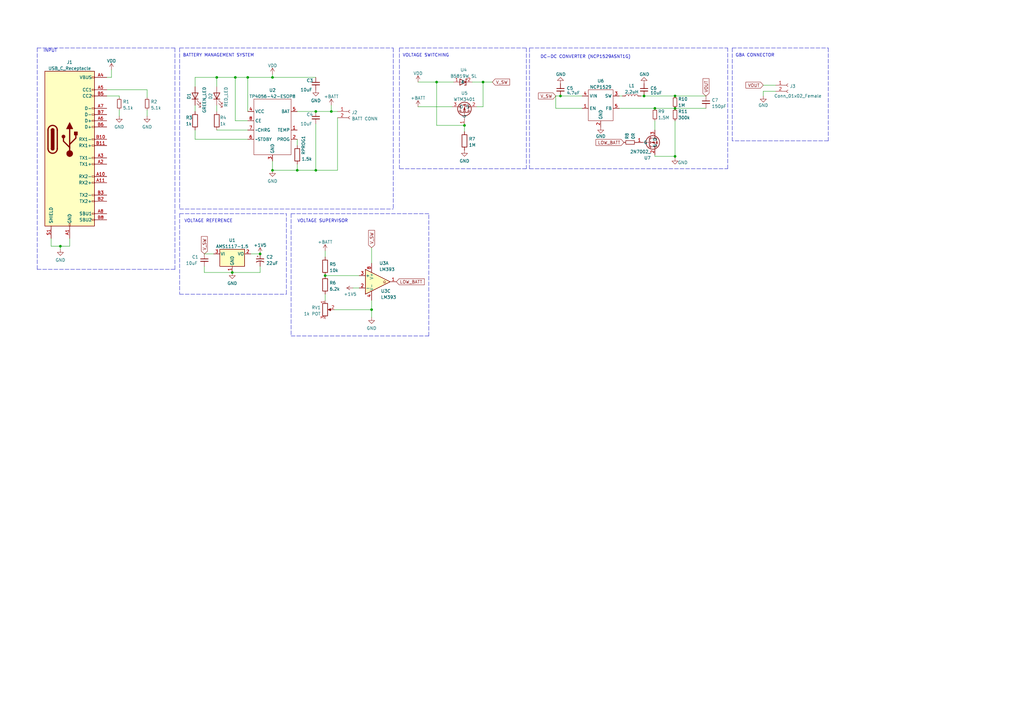
<source format=kicad_sch>
(kicad_sch (version 20211123) (generator eeschema)
  (paper "A3")
  (lib_symbols
    (symbol "BMS:TP4056-42-ESOP8"
      (property "Reference" "U" (at 0 17.78 0))
      (property "Value" "TP4056-42-ESOP8" (at 0 15.24 0))
      (symbol "TP4056-42-ESOP8_0_1"
        (rectangle (start -7.62 12.7) (end 7.62 -10.16) (stroke (width 0.1524)))
      )
      (symbol "TP4056-42-ESOP8_1_1"
        (pin input line (at 10.16 0 180) (length 2.54) (name "TEMP") (number "1"))
        (pin input line (at 10.16 -3.81 180) (length 2.54) (name "PROG") (number "2"))
        (pin power_in line (at 0 -12.7 90) (length 2.54) (name "GND") (number "3"))
        (pin power_in line (at -10.16 7.62 0) (length 2.54) (name "VCC") (number "4"))
        (pin output line (at 10.16 7.62 180) (length 2.54) (name "BAT") (number "5"))
        (pin output line (at -10.16 -3.81 0) (length 2.54) (name "~STDBY") (number "6"))
        (pin output line (at -10.16 0 0) (length 2.54) (name "~CHRG") (number "7"))
        (pin input line (at -10.16 3.81 0) (length 2.54) (name "CE") (number "8"))
      )
    )
    (symbol "Comparator:LM393" (pin_names (offset 0.127))
      (property "Reference" "U" (at 3.81 3.81 0))
      (property "Value" "LM393" (at 6.35 -3.81 0))
      (symbol "LM393_1_1"
        (polyline (pts (xy -5.08 5.08) (xy 5.08 0) (xy -5.08 -5.08) (xy -5.08 5.08)) (stroke (width 0.254)) (fill (type background)))
        (polyline (pts (xy 3.302 -0.508) (xy 2.794 -0.508) (xy 3.302 0) (xy 2.794 0.508) (xy 2.286 0) (xy 2.794 -0.508) (xy 2.286 -0.508)) (stroke (width 0.127)))
        (pin open_collector line (at 7.62 0 180) (length 2.54) (name "~") (number "1"))
        (pin input line (at -7.62 -2.54 0) (length 2.54) (name "-") (number "2"))
        (pin input line (at -7.62 2.54 0) (length 2.54) (name "+") (number "3"))
      )
      (symbol "LM393_2_1"
        (polyline (pts (xy -5.08 5.08) (xy 5.08 0) (xy -5.08 -5.08) (xy -5.08 5.08)) (stroke (width 0.254)) (fill (type background)))
        (polyline (pts (xy 3.302 -0.508) (xy 2.794 -0.508) (xy 3.302 0) (xy 2.794 0.508) (xy 2.286 0) (xy 2.794 -0.508) (xy 2.286 -0.508)) (stroke (width 0.127)))
        (pin input line (at -7.62 2.54 0) (length 2.54) (name "+") (number "5"))
        (pin input line (at -7.62 -2.54 0) (length 2.54) (name "_") (number "6"))
        (pin open_collector line (at 7.62 0 180) (length 2.54) (name "~") (number "7"))
      )
      (symbol "LM393_3_1"
        (pin power_in line (at -2.54 -7.62 90) (length 3.81) (name "V-") (number "4"))
        (pin power_in line (at -2.54 7.62 270) (length 3.81) (name "V+") (number "8"))
      )
    )
    (symbol "Connector:Conn_01x02_Female" (pin_names (offset 1.016) hide)
      (property "Reference" "J" (at 0 2.54 0))
      (property "Value" "Conn_01x02_Female" (at 0 -5.08 0))
      (symbol "Conn_01x02_Female_1_1"
        (arc (start 0 -2.032) (mid -0.508 -2.54) (end 0 -3.048) (stroke (width 0.1524)))
        (polyline (pts (xy -1.27 -2.54) (xy -0.508 -2.54)) (stroke (width 0.1524)))
        (polyline (pts (xy -1.27 0) (xy -0.508 0)) (stroke (width 0.1524)))
        (arc (start 0 0.508) (mid -0.508 0) (end 0 -0.508) (stroke (width 0.1524)))
        (pin passive line (at -5.08 0 0) (length 3.81) (name "Pin_1") (number "1"))
        (pin passive line (at -5.08 -2.54 0) (length 3.81) (name "Pin_2") (number "2"))
      )
    )
    (symbol "Connector:USB_C_Receptacle" (pin_names (offset 1.016))
      (property "Reference" "J" (at -10.16 29.21 0))
      (property "Value" "USB_C_Receptacle" (at 10.16 29.21 0))
      (symbol "USB_C_Receptacle_0_0"
        (rectangle (start -0.254 -35.56) (end 0.254 -34.544))
        (rectangle (start 10.16 -32.766) (end 9.144 -33.274))
        (rectangle (start 10.16 -30.226) (end 9.144 -30.734))
        (rectangle (start 10.16 -25.146) (end 9.144 -25.654))
        (rectangle (start 10.16 -22.606) (end 9.144 -23.114))
        (rectangle (start 10.16 -17.526) (end 9.144 -18.034))
        (rectangle (start 10.16 -14.986) (end 9.144 -15.494))
        (rectangle (start 10.16 -9.906) (end 9.144 -10.414))
        (rectangle (start 10.16 -7.366) (end 9.144 -7.874))
        (rectangle (start 10.16 -2.286) (end 9.144 -2.794))
        (rectangle (start 10.16 0.254) (end 9.144 -0.254))
        (rectangle (start 10.16 5.334) (end 9.144 4.826))
        (rectangle (start 10.16 7.874) (end 9.144 7.366))
        (rectangle (start 10.16 10.414) (end 9.144 9.906))
        (rectangle (start 10.16 12.954) (end 9.144 12.446))
        (rectangle (start 10.16 18.034) (end 9.144 17.526))
        (rectangle (start 10.16 20.574) (end 9.144 20.066))
        (rectangle (start 10.16 25.654) (end 9.144 25.146))
      )
      (symbol "USB_C_Receptacle_0_1"
        (rectangle (start -10.16 27.94) (end 10.16 -35.56) (stroke (width 0.254)) (fill (type background)))
        (arc (start -8.89 -3.81) (mid -6.985 -5.715) (end -5.08 -3.81) (stroke (width 0.508)))
        (arc (start -7.62 -3.81) (mid -6.985 -4.445) (end -6.35 -3.81) (stroke (width 0.254)))
        (arc (start -7.62 -3.81) (mid -6.985 -4.445) (end -6.35 -3.81) (stroke (width 0.254)) (fill (type outline)))
        (rectangle (start -7.62 -3.81) (end -6.35 3.81) (stroke (width 0.254)) (fill (type outline)))
        (arc (start -6.35 3.81) (mid -6.985 4.445) (end -7.62 3.81) (stroke (width 0.254)))
        (arc (start -6.35 3.81) (mid -6.985 4.445) (end -7.62 3.81) (stroke (width 0.254)) (fill (type outline)))
        (arc (start -5.08 3.81) (mid -6.985 5.715) (end -8.89 3.81) (stroke (width 0.508)))
        (polyline (pts (xy -8.89 -3.81) (xy -8.89 3.81)) (stroke (width 0.508)))
        (polyline (pts (xy -5.08 3.81) (xy -5.08 -3.81)) (stroke (width 0.508)))
      )
      (symbol "USB_C_Receptacle_1_1"
        (circle (center -2.54 1.143) (radius 0.635) (stroke (width 0.254)) (fill (type outline)))
        (circle (center 0 -5.842) (radius 1.27) (fill (type outline)))
        (polyline (pts (xy 0 -5.842) (xy 0 4.318)) (stroke (width 0.508)))
        (polyline (pts (xy 0 -3.302) (xy -2.54 -0.762) (xy -2.54 0.508)) (stroke (width 0.508)))
        (polyline (pts (xy 0 -2.032) (xy 2.54 0.508) (xy 2.54 1.778)) (stroke (width 0.508)))
        (polyline (pts (xy -1.27 4.318) (xy 0 6.858) (xy 1.27 4.318) (xy -1.27 4.318)) (stroke (width 0.254)) (fill (type outline)))
        (rectangle (start 1.905 1.778) (end 3.175 3.048) (stroke (width 0.254)) (fill (type outline)))
        (pin passive line (at 0 -40.64 90) (length 5.08) (name "GND") (number "A1"))
        (pin bidirectional line (at 15.24 -15.24 180) (length 5.08) (name "RX2-") (number "A10"))
        (pin bidirectional line (at 15.24 -17.78 180) (length 5.08) (name "RX2+") (number "A11"))
        (pin passive line (at 0 -40.64 90) (length 5.08) hide (name "GND") (number "A12"))
        (pin bidirectional line (at 15.24 -10.16 180) (length 5.08) (name "TX1+") (number "A2"))
        (pin bidirectional line (at 15.24 -7.62 180) (length 5.08) (name "TX1-") (number "A3"))
        (pin passive line (at 15.24 25.4 180) (length 5.08) (name "VBUS") (number "A4"))
        (pin bidirectional line (at 15.24 20.32 180) (length 5.08) (name "CC1") (number "A5"))
        (pin bidirectional line (at 15.24 7.62 180) (length 5.08) (name "D+") (number "A6"))
        (pin bidirectional line (at 15.24 12.7 180) (length 5.08) (name "D-") (number "A7"))
        (pin bidirectional line (at 15.24 -30.48 180) (length 5.08) (name "SBU1") (number "A8"))
        (pin passive line (at 15.24 25.4 180) (length 5.08) hide (name "VBUS") (number "A9"))
        (pin passive line (at 0 -40.64 90) (length 5.08) hide (name "GND") (number "B1"))
        (pin bidirectional line (at 15.24 0 180) (length 5.08) (name "RX1-") (number "B10"))
        (pin bidirectional line (at 15.24 -2.54 180) (length 5.08) (name "RX1+") (number "B11"))
        (pin passive line (at 0 -40.64 90) (length 5.08) hide (name "GND") (number "B12"))
        (pin bidirectional line (at 15.24 -25.4 180) (length 5.08) (name "TX2+") (number "B2"))
        (pin bidirectional line (at 15.24 -22.86 180) (length 5.08) (name "TX2-") (number "B3"))
        (pin passive line (at 15.24 25.4 180) (length 5.08) hide (name "VBUS") (number "B4"))
        (pin bidirectional line (at 15.24 17.78 180) (length 5.08) (name "CC2") (number "B5"))
        (pin bidirectional line (at 15.24 5.08 180) (length 5.08) (name "D+") (number "B6"))
        (pin bidirectional line (at 15.24 10.16 180) (length 5.08) (name "D-") (number "B7"))
        (pin bidirectional line (at 15.24 -33.02 180) (length 5.08) (name "SBU2") (number "B8"))
        (pin passive line (at 15.24 25.4 180) (length 5.08) hide (name "VBUS") (number "B9"))
        (pin passive line (at -7.62 -40.64 90) (length 5.08) (name "SHIELD") (number "S1"))
      )
    )
    (symbol "DC_DC:NCP1529"
      (property "Reference" "U" (at 0 10.795 0))
      (property "Value" "NCP1529" (at 0 8.255 0))
      (symbol "NCP1529_0_1"
        (rectangle (start -5.08 6.35) (end 5.08 -6.35) (stroke (width 0.1524)))
      )
      (symbol "NCP1529_1_1"
        (pin input line (at -7.62 -1.27 0) (length 2.54) (name "EN") (number "1"))
        (pin input line (at 0 -8.89 90) (length 2.54) (name "GND") (number "2"))
        (pin input line (at 7.62 3.81 180) (length 2.54) (name "SW") (number "3"))
        (pin input line (at -7.62 3.81 0) (length 2.54) (name "VIN") (number "4"))
        (pin input line (at 7.62 -1.27 180) (length 2.54) (name "FB") (number "5"))
      )
    )
    (symbol "DIODE:SHOTTKY"
      (property "Reference" "U" (at 0 3.175 0))
      (property "Value" "SHOTTKY" (at 0 5.08 0))
      (symbol "SHOTTKY_0_1"
        (polyline (pts (xy 1.27 -1.27) (xy 0.635 -1.27)) (stroke (width 0.254)))
        (polyline (pts (xy 1.27 0) (xy -1.27 0)))
        (polyline (pts (xy 1.27 1.27) (xy 1.27 -1.27)) (stroke (width 0.254)))
        (polyline (pts (xy 1.27 1.27) (xy 1.905 1.27)) (stroke (width 0.25)))
        (polyline (pts (xy -1.27 -1.27) (xy -1.27 1.27) (xy 1.27 0) (xy -1.27 -1.27)) (stroke (width 0.254)))
      )
      (symbol "SHOTTKY_1_1"
        (pin passive line (at -3.81 0 0) (length 2.54) (name "A") (number "1"))
        (pin passive line (at 3.81 0 180) (length 2.54) (name "K") (number "2"))
      )
    )
    (symbol "Device:C_Polarized_Small_US" (pin_numbers hide) (pin_names (offset 0.254) hide)
      (property "Reference" "C" (at 0.254 1.778 0))
      (property "Value" "C_Polarized_Small_US" (at 0.254 -2.032 0))
      (symbol "C_Polarized_Small_US_0_1"
        (polyline (pts (xy -1.524 0.508) (xy 1.524 0.508)) (stroke (width 0.3048)))
        (polyline (pts (xy -1.27 1.524) (xy -0.762 1.524)))
        (polyline (pts (xy -1.016 1.27) (xy -1.016 1.778)))
        (arc (start 1.524 -0.762) (mid 0 -0.3734) (end -1.524 -0.762) (stroke (width 0.3048)))
      )
      (symbol "C_Polarized_Small_US_1_1"
        (pin passive line (at 0 2.54 270) (length 2.032) (name "~") (number "1"))
        (pin passive line (at 0 -2.54 90) (length 2.032) (name "~") (number "2"))
      )
    )
    (symbol "Device:C_Small" (pin_numbers hide) (pin_names (offset 0.254) hide)
      (property "Reference" "C" (at 0.254 1.778 0))
      (property "Value" "C_Small" (at 0.254 -2.032 0))
      (symbol "C_Small_0_1"
        (polyline (pts (xy -1.524 -0.508) (xy 1.524 -0.508)) (stroke (width 0.3302)))
        (polyline (pts (xy -1.524 0.508) (xy 1.524 0.508)) (stroke (width 0.3048)))
      )
      (symbol "C_Small_1_1"
        (pin passive line (at 0 2.54 270) (length 2.032) (name "~") (number "1"))
        (pin passive line (at 0 -2.54 90) (length 2.032) (name "~") (number "2"))
      )
    )
    (symbol "Device:L" (pin_numbers hide) (pin_names (offset 1.016) hide)
      (property "Reference" "L" (at -1.27 0 90))
      (property "Value" "L" (at 1.905 0 90))
      (symbol "L_0_1"
        (arc (start 0 -2.54) (mid 0.635 -1.905) (end 0 -1.27))
        (arc (start 0 -1.27) (mid 0.635 -0.635) (end 0 0))
        (arc (start 0 0) (mid 0.635 0.635) (end 0 1.27))
        (arc (start 0 1.27) (mid 0.635 1.905) (end 0 2.54))
      )
      (symbol "L_1_1"
        (pin passive line (at 0 3.81 270) (length 1.27) (name "1") (number "1"))
        (pin passive line (at 0 -3.81 90) (length 1.27) (name "2") (number "2"))
      )
    )
    (symbol "Device:LED" (pin_numbers hide) (pin_names (offset 1.016) hide)
      (property "Reference" "D" (at 0 2.54 0))
      (property "Value" "LED" (at 0 -2.54 0))
      (symbol "LED_0_1"
        (polyline (pts (xy -1.27 -1.27) (xy -1.27 1.27)) (stroke (width 0.254)))
        (polyline (pts (xy -1.27 0) (xy 1.27 0)))
        (polyline (pts (xy 1.27 -1.27) (xy 1.27 1.27) (xy -1.27 0) (xy 1.27 -1.27)) (stroke (width 0.254)))
        (polyline (pts (xy -3.048 -0.762) (xy -4.572 -2.286) (xy -3.81 -2.286) (xy -4.572 -2.286) (xy -4.572 -1.524)))
        (polyline (pts (xy -1.778 -0.762) (xy -3.302 -2.286) (xy -2.54 -2.286) (xy -3.302 -2.286) (xy -3.302 -1.524)))
      )
      (symbol "LED_1_1"
        (pin passive line (at -3.81 0 0) (length 2.54) (name "K") (number "1"))
        (pin passive line (at 3.81 0 180) (length 2.54) (name "A") (number "2"))
      )
    )
    (symbol "Device:R" (pin_numbers hide) (pin_names (offset 0))
      (property "Reference" "R" (at 2.032 0 90))
      (property "Value" "R" (at 0 0 90))
      (symbol "R_0_1"
        (rectangle (start -1.016 -2.54) (end 1.016 2.54) (stroke (width 0.254)))
      )
      (symbol "R_1_1"
        (pin passive line (at 0 3.81 270) (length 1.27) (name "~") (number "1"))
        (pin passive line (at 0 -3.81 90) (length 1.27) (name "~") (number "2"))
      )
    )
    (symbol "Device:R_Potentiometer" (pin_names (offset 1.016) hide)
      (property "Reference" "RV" (at -4.445 0 90))
      (property "Value" "R_Potentiometer" (at -2.54 0 90))
      (symbol "R_Potentiometer_0_1"
        (polyline (pts (xy 2.54 0) (xy 1.524 0)))
        (polyline (pts (xy 1.143 0) (xy 2.286 0.508) (xy 2.286 -0.508) (xy 1.143 0)) (fill (type outline)))
        (rectangle (start 1.016 2.54) (end -1.016 -2.54) (stroke (width 0.254)))
      )
      (symbol "R_Potentiometer_1_1"
        (pin passive line (at 0 3.81 270) (length 1.27) (name "1") (number "1"))
        (pin passive line (at 3.81 0 180) (length 1.27) (name "2") (number "2"))
        (pin passive line (at 0 -3.81 90) (length 1.27) (name "3") (number "3"))
      )
    )
    (symbol "Device:R_Small" (pin_numbers hide) (pin_names (offset 0.254) hide)
      (property "Reference" "R" (at 0.762 0.508 0))
      (property "Value" "R_Small" (at 0.762 -1.016 0))
      (symbol "R_Small_0_1"
        (rectangle (start -0.762 1.778) (end 0.762 -1.778) (stroke (width 0.2032)))
      )
      (symbol "R_Small_1_1"
        (pin passive line (at 0 2.54 270) (length 0.762) (name "~") (number "1"))
        (pin passive line (at 0 -2.54 90) (length 0.762) (name "~") (number "2"))
      )
    )
    (symbol "MOSFET:2N7002_"
      (property "Reference" "U" (at 0 12.7 0))
      (property "Value" "2N7002_" (at 0 15.24 0))
      (symbol "2N7002__0_1"
        (circle (center -0.889 0) (radius 2.794) (stroke (width 0.254)))
        (circle (center 0 -1.778) (radius 0.254) (fill (type outline)))
        (polyline (pts (xy -2.286 0) (xy -5.08 0)))
        (polyline (pts (xy -2.286 1.905) (xy -2.286 -1.905)) (stroke (width 0.254)))
        (polyline (pts (xy -1.778 -1.27) (xy -1.778 -2.286)) (stroke (width 0.254)))
        (polyline (pts (xy -1.778 0.508) (xy -1.778 -0.508)) (stroke (width 0.254)))
        (polyline (pts (xy -1.778 2.286) (xy -1.778 1.27)) (stroke (width 0.254)))
        (polyline (pts (xy 0 2.54) (xy 0 1.778)))
        (polyline (pts (xy 0 -2.54) (xy 0 0) (xy -1.778 0)))
        (polyline (pts (xy -1.778 1.778) (xy 0.762 1.778) (xy 0.762 -1.778) (xy -1.778 -1.778)))
        (polyline (pts (xy -1.27 0) (xy -0.254 -0.381) (xy -0.254 0.381) (xy -1.27 0)) (fill (type outline)))
        (polyline (pts (xy 0.254 -0.508) (xy 0.381 -0.381) (xy 1.143 -0.381) (xy 1.27 -0.254)))
        (polyline (pts (xy 0.762 -0.381) (xy 0.381 0.254) (xy 1.143 0.254) (xy 0.762 -0.381)))
        (circle (center 0 1.778) (radius 0.254) (fill (type outline)))
      )
      (symbol "2N7002__1_1"
        (pin input line (at -7.62 0 0) (length 2.54) (name "G") (number "1"))
        (pin passive line (at 0 -5.08 90) (length 2.54) (name "S") (number "2"))
        (pin passive line (at 0 5.08 270) (length 2.54) (name "D") (number "3"))
      )
    )
    (symbol "MOSFET:WTM3401"
      (property "Reference" "U" (at 0 11.43 0))
      (property "Value" "WTM3401" (at 0 13.97 0))
      (symbol "WTM3401_0_1"
        (circle (center -0.889 0) (radius 2.794) (stroke (width 0.254)))
        (circle (center 0 -1.778) (radius 0.254) (fill (type outline)))
        (polyline (pts (xy -2.286 0) (xy -5.08 0)))
        (polyline (pts (xy -2.286 1.905) (xy -2.286 -1.905)) (stroke (width 0.254)))
        (polyline (pts (xy -1.778 -1.27) (xy -1.778 -2.286)) (stroke (width 0.254)))
        (polyline (pts (xy -1.778 0.508) (xy -1.778 -0.508)) (stroke (width 0.254)))
        (polyline (pts (xy -1.778 2.286) (xy -1.778 1.27)) (stroke (width 0.254)))
        (polyline (pts (xy 0 2.54) (xy 0 1.778)))
        (polyline (pts (xy 0 -2.54) (xy 0 0) (xy -1.778 0)))
        (polyline (pts (xy -1.778 1.778) (xy 0.762 1.778) (xy 0.762 -1.778) (xy -1.778 -1.778)))
        (polyline (pts (xy -0.254 0) (xy -1.27 0.381) (xy -1.27 -0.381) (xy -0.254 0)) (fill (type outline)))
        (polyline (pts (xy 0.254 -0.508) (xy 0.381 -0.381) (xy 1.143 -0.381) (xy 1.27 -0.254)))
        (polyline (pts (xy 0.762 -0.381) (xy 0.381 0.254) (xy 1.143 0.254) (xy 0.762 -0.381)))
        (circle (center 0 1.778) (radius 0.254) (fill (type outline)))
      )
      (symbol "WTM3401_1_1"
        (pin input line (at -7.62 0 0) (length 2.54) (name "G") (number "1"))
        (pin passive line (at 0 -5.08 90) (length 2.54) (name "S") (number "2"))
        (pin passive line (at 0 5.08 270) (length 2.54) (name "D") (number "3"))
      )
    )
    (symbol "Regulator_Linear:AMS1117-1.5" (pin_names (offset 0.254))
      (property "Reference" "U" (at -3.81 3.175 0))
      (property "Value" "AMS1117-1.5" (at 0 3.175 0))
      (symbol "AMS1117-1.5_0_1"
        (rectangle (start -5.08 -5.08) (end 5.08 1.905) (stroke (width 0.254)) (fill (type background)))
      )
      (symbol "AMS1117-1.5_1_1"
        (pin power_in line (at 0 -7.62 90) (length 2.54) (name "GND") (number "1"))
        (pin power_out line (at 7.62 0 180) (length 2.54) (name "VO") (number "2"))
        (pin power_in line (at -7.62 0 0) (length 2.54) (name "VI") (number "3"))
      )
    )
    (symbol "power:+1V5" (power) (pin_names (offset 0))
      (property "Value" "+1V5" (at 0 3.556 0))
      (symbol "+1V5_0_1"
        (polyline (pts (xy -0.762 1.27) (xy 0 2.54)))
        (polyline (pts (xy 0 0) (xy 0 2.54)))
        (polyline (pts (xy 0 2.54) (xy 0.762 1.27)))
      )
      (symbol "+1V5_1_1"
        (pin power_in line (at 0 0 90) (length 0) hide (name "+1V5") (number "1"))
      )
    )
    (symbol "power:+BATT" (power) (pin_names (offset 0))
      (property "Value" "+BATT" (at 0 3.556 0))
      (symbol "+BATT_0_1"
        (polyline (pts (xy -0.762 1.27) (xy 0 2.54)))
        (polyline (pts (xy 0 0) (xy 0 2.54)))
        (polyline (pts (xy 0 2.54) (xy 0.762 1.27)))
      )
      (symbol "+BATT_1_1"
        (pin power_in line (at 0 0 90) (length 0) hide (name "+BATT") (number "1"))
      )
    )
    (symbol "power:GND" (power) (pin_names (offset 0))
      (property "Value" "GND" (at 0 -3.81 0))
      (symbol "GND_0_1"
        (polyline (pts (xy 0 0) (xy 0 -1.27) (xy 1.27 -1.27) (xy 0 -2.54) (xy -1.27 -1.27) (xy 0 -1.27)))
      )
      (symbol "GND_1_1"
        (pin power_in line (at 0 0 270) (length 0) hide (name "GND") (number "1"))
      )
    )
    (symbol "power:VDD" (power) (pin_names (offset 0))
      (property "Value" "VDD" (at 0 3.81 0))
      (symbol "VDD_0_1"
        (polyline (pts (xy -0.762 1.27) (xy 0 2.54)))
        (polyline (pts (xy 0 0) (xy 0 2.54)))
        (polyline (pts (xy 0 2.54) (xy 0.762 1.27)))
      )
      (symbol "VDD_1_1"
        (pin power_in line (at 0 0 90) (length 0) hide (name "VDD") (number "1"))
      )
    )
  )
  (junction (at 276.86 39.37))
  (junction (at 96.52 31.75))
  (junction (at 276.86 64.135))
  (junction (at 133.35 113.03))
  (junction (at 152.4 127))
  (junction (at 190.5 51.435))
  (junction (at 101.6 31.75))
  (junction (at 268.605 44.45))
  (junction (at 121.92 69.85))
  (junction (at 129.54 69.85))
  (junction (at 129.54 45.72))
  (junction (at 111.76 31.75))
  (junction (at 95.25 111.76))
  (junction (at 111.76 69.85))
  (junction (at 179.07 33.655))
  (junction (at 264.16 39.37))
  (junction (at 24.765 100.965))
  (junction (at 135.89 45.72))
  (junction (at 106.68 104.14))
  (junction (at 198.12 33.655))
  (junction (at 229.87 39.37))
  (junction (at 276.86 44.45))
  (junction (at 88.9 31.75))
  (wire (pts (xy 179.07 51.435) (xy 190.5 51.435)))
  (wire (pts (xy 133.35 120.65) (xy 133.35 123.19)))
  (wire (pts (xy 45.72 31.75) (xy 45.72 28.575)))
  (wire (pts (xy 229.87 39.37) (xy 238.76 39.37)))
  (wire (pts (xy 138.43 48.26) (xy 138.43 69.85)))
  (polyline (pts (xy 73.66 19.685) (xy 73.66 85.725)))
  (wire (pts (xy 96.52 49.53) (xy 96.52 31.75)))
  (wire (pts (xy 133.35 113.03) (xy 147.32 113.03)))
  (polyline (pts (xy 298.45 69.215) (xy 298.45 19.685)))
  (wire (pts (xy 83.82 111.76) (xy 95.25 111.76)))
  (polyline (pts (xy 73.66 87.63) (xy 117.475 87.63)))
  (wire (pts (xy 195.58 43.815) (xy 198.12 43.815)))
  (wire (pts (xy 227.965 39.37) (xy 229.87 39.37)))
  (wire (pts (xy 238.76 44.45) (xy 227.965 44.45)))
  (wire (pts (xy 254 44.45) (xy 268.605 44.45)))
  (wire (pts (xy 80.01 57.15) (xy 101.6 57.15)))
  (polyline (pts (xy 339.725 57.785) (xy 300.355 57.785)))
  (wire (pts (xy 313.055 39.37) (xy 313.055 37.465)))
  (polyline (pts (xy 73.66 120.65) (xy 117.475 120.65)))
  (polyline (pts (xy 217.17 19.685) (xy 298.45 19.685)))
  (wire (pts (xy 268.605 63.5) (xy 268.605 64.135)))
  (wire (pts (xy 268.605 64.135) (xy 276.86 64.135)))
  (wire (pts (xy 129.54 45.72) (xy 135.89 45.72)))
  (polyline (pts (xy 73.66 19.685) (xy 161.29 19.685)))
  (polyline (pts (xy 217.17 19.685) (xy 217.17 69.215)))
  (wire (pts (xy 313.055 37.465) (xy 318.135 37.465)))
  (wire (pts (xy 28.575 100.965) (xy 24.765 100.965)))
  (wire (pts (xy 254 39.37) (xy 255.27 39.37)))
  (wire (pts (xy 101.6 49.53) (xy 96.52 49.53)))
  (wire (pts (xy 101.6 31.75) (xy 101.6 45.72)))
  (wire (pts (xy 198.12 33.655) (xy 201.93 33.655)))
  (wire (pts (xy 80.01 31.75) (xy 88.9 31.75)))
  (wire (pts (xy 227.965 44.45) (xy 227.965 39.37)))
  (polyline (pts (xy 71.755 19.685) (xy 71.755 110.49)))
  (wire (pts (xy 88.9 43.18) (xy 88.9 45.72)))
  (wire (pts (xy 111.76 66.04) (xy 111.76 69.85)))
  (wire (pts (xy 129.54 69.85) (xy 121.92 69.85)))
  (wire (pts (xy 137.16 127) (xy 152.4 127)))
  (polyline (pts (xy 15.24 19.685) (xy 71.755 19.685)))
  (wire (pts (xy 276.86 64.135) (xy 276.86 64.77)))
  (wire (pts (xy 276.86 49.53) (xy 276.86 64.135)))
  (polyline (pts (xy 73.66 85.725) (xy 156.21 85.725)))
  (wire (pts (xy 313.055 34.925) (xy 318.135 34.925)))
  (wire (pts (xy 88.9 31.75) (xy 88.9 35.56)))
  (wire (pts (xy 48.895 39.37) (xy 48.895 40.005)))
  (wire (pts (xy 135.89 45.72) (xy 138.43 45.72)))
  (wire (pts (xy 138.43 69.85) (xy 129.54 69.85)))
  (wire (pts (xy 179.07 33.655) (xy 186.055 33.655)))
  (polyline (pts (xy 119.38 87.63) (xy 175.895 87.63)))
  (wire (pts (xy 111.76 31.75) (xy 129.54 31.75)))
  (wire (pts (xy 106.68 111.76) (xy 95.25 111.76)))
  (wire (pts (xy 43.815 31.75) (xy 45.72 31.75)))
  (wire (pts (xy 185.42 43.815) (xy 171.45 43.815)))
  (wire (pts (xy 121.92 69.85) (xy 111.76 69.85)))
  (wire (pts (xy 28.575 97.79) (xy 28.575 100.965)))
  (wire (pts (xy 268.605 49.53) (xy 268.605 53.34)))
  (wire (pts (xy 80.01 53.34) (xy 80.01 57.15)))
  (wire (pts (xy 121.92 57.15) (xy 121.92 59.69)))
  (polyline (pts (xy 300.355 19.685) (xy 339.725 19.685)))
  (wire (pts (xy 144.78 118.11) (xy 147.32 118.11)))
  (wire (pts (xy 152.4 127) (xy 152.4 123.19)))
  (polyline (pts (xy 161.29 19.685) (xy 161.29 85.725)))
  (polyline (pts (xy 175.895 137.795) (xy 175.895 87.63)))
  (wire (pts (xy 193.675 33.655) (xy 198.12 33.655)))
  (polyline (pts (xy 156.21 85.725) (xy 161.29 85.725)))
  (wire (pts (xy 129.54 50.8) (xy 129.54 69.85)))
  (wire (pts (xy 43.815 39.37) (xy 48.895 39.37)))
  (wire (pts (xy 276.86 44.45) (xy 289.56 44.45)))
  (wire (pts (xy 80.01 31.75) (xy 80.01 35.56)))
  (wire (pts (xy 80.01 43.18) (xy 80.01 45.72)))
  (wire (pts (xy 60.325 36.83) (xy 60.325 40.005)))
  (polyline (pts (xy 119.38 137.795) (xy 175.895 137.795)))
  (wire (pts (xy 48.895 45.085) (xy 48.895 47.625)))
  (wire (pts (xy 135.89 43.18) (xy 135.89 45.72)))
  (polyline (pts (xy 163.83 19.685) (xy 215.9 19.685)))
  (wire (pts (xy 24.765 100.965) (xy 24.765 102.235)))
  (wire (pts (xy 264.16 39.37) (xy 276.86 39.37)))
  (polyline (pts (xy 117.475 120.65) (xy 117.475 87.63)))
  (wire (pts (xy 190.5 51.435) (xy 190.5 53.975)))
  (wire (pts (xy 43.815 36.83) (xy 60.325 36.83)))
  (wire (pts (xy 20.955 100.965) (xy 24.765 100.965)))
  (polyline (pts (xy 215.9 69.215) (xy 163.83 69.215)))
  (wire (pts (xy 262.89 39.37) (xy 264.16 39.37)))
  (polyline (pts (xy 163.83 19.685) (xy 163.83 69.215)))
  (polyline (pts (xy 339.725 19.685) (xy 339.725 57.785)))
  (polyline (pts (xy 300.355 19.685) (xy 300.355 57.785)))
  (wire (pts (xy 111.76 31.75) (xy 101.6 31.75)))
  (wire (pts (xy 179.07 33.655) (xy 179.07 51.435)))
  (wire (pts (xy 276.86 39.37) (xy 289.56 39.37)))
  (wire (pts (xy 198.12 43.815) (xy 198.12 33.655)))
  (wire (pts (xy 152.4 101.6) (xy 152.4 107.95)))
  (wire (pts (xy 268.605 44.45) (xy 276.86 44.45)))
  (wire (pts (xy 106.68 109.22) (xy 106.68 111.76)))
  (wire (pts (xy 171.45 33.655) (xy 179.07 33.655)))
  (wire (pts (xy 88.9 53.34) (xy 101.6 53.34)))
  (wire (pts (xy 111.76 30.48) (xy 111.76 31.75)))
  (wire (pts (xy 101.6 31.75) (xy 96.52 31.75)))
  (wire (pts (xy 152.4 127) (xy 152.4 130.175)))
  (polyline (pts (xy 73.66 87.63) (xy 73.66 120.65)))
  (polyline (pts (xy 217.17 69.215) (xy 298.45 69.215)))
  (polyline (pts (xy 71.755 110.49) (xy 15.24 110.49)))
  (wire (pts (xy 60.325 45.085) (xy 60.325 47.625)))
  (wire (pts (xy 83.82 109.22) (xy 83.82 111.76)))
  (wire (pts (xy 133.35 102.87) (xy 133.35 105.41)))
  (polyline (pts (xy 15.24 110.49) (xy 15.24 19.685)))
  (wire (pts (xy 83.82 104.14) (xy 87.63 104.14)))
  (wire (pts (xy 88.9 31.75) (xy 96.52 31.75)))
  (wire (pts (xy 20.955 97.79) (xy 20.955 100.965)))
  (polyline (pts (xy 119.38 87.63) (xy 119.38 137.795)))
  (polyline (pts (xy 215.9 19.685) (xy 215.9 69.215)))
  (wire (pts (xy 102.87 104.14) (xy 106.68 104.14)))
  (wire (pts (xy 121.92 45.72) (xy 129.54 45.72)))
  (wire (pts (xy 121.92 67.31) (xy 121.92 69.85)))
  (text "INPUT" (at 17.78 21.59 0) (effects (font (size 1.27 1.27)) (justify left bottom)))
  (text "GBA CONNECTOR" (at 301.625 23.495 0) (effects (font (size 1.27 1.27)) (justify left bottom)))
  (text "VOLTAGE REFERENCE" (at 75.565 91.44 0) (effects (font (size 1.27 1.27)) (justify left bottom)))
  (text "VOLTAGE SUPERVISOR" (at 121.92 91.44 0) (effects (font (size 1.27 1.27)) (justify left bottom)))
  (text "BATTERY MANAGEMENT SYSTEM" (at 74.93 23.495 0) (effects (font (size 1.27 1.27)) (justify left bottom)))
  (text "VOLTAGE SWITCHING" (at 165.1 23.495 0) (effects (font (size 1.27 1.27)) (justify left bottom)))
  (text "DC-DC CONVERTER (NCP1529ASNT1G)" (at 221.615 24.13 0) (effects (font (size 1.27 1.27)) (justify left bottom)))
  (global_label "LOW_BATT" (shape input) (at 162.56 115.57 0) (property "Intersheet References" "${INTERSHEET_REFS}" (effects hide)))
  (global_label "V_SW" (shape input) (at 227.965 39.37 180) (property "Intersheet References" "${INTERSHEET_REFS}" (effects hide)))
  (global_label "VOUT" (shape input) (at 289.56 39.37 90) (property "Intersheet References" "${INTERSHEET_REFS}" (effects hide)))
  (global_label "V_SW" (shape input) (at 83.82 104.14 90) (property "Intersheet References" "${INTERSHEET_REFS}" (effects hide)))
  (global_label "VOUT" (shape input) (at 313.055 34.925 180) (property "Intersheet References" "${INTERSHEET_REFS}" (effects hide)))
  (global_label "V_SW" (shape input) (at 201.93 33.655 0) (property "Intersheet References" "${INTERSHEET_REFS}" (effects hide)))
  (global_label "V_SW" (shape input) (at 152.4 101.6 90) (property "Intersheet References" "${INTERSHEET_REFS}" (effects hide)))
  (global_label "LOW_BATT" (shape input) (at 255.905 58.42 180) (property "Intersheet References" "${INTERSHEET_REFS}" (effects hide)))
  (symbol (lib_id "Device:LED") (at 80.01 39.37 90) (unit 1)
    (property "Reference" "D1" (at 77.47 38.1 0) (effects (justify right)))
    (property "Value" "GREEN_LED" (at 83.82 35.56 0) (effects (justify right)))
    (property "Footprint" "LED_SMD:LED_0603_1608Metric" (effects hide))
  )
  (symbol (lib_id "power:GND") (at 95.25 111.76 0) (unit 1)
    (property "Reference" "#PWR05" (effects hide))
    (property "Value" "GND" (at 95.25 116.2034 0))
  )
  (symbol (lib_id "power:GND") (at 229.87 34.29 180) (unit 1)
    (property "Reference" "#PWR017" (effects hide))
    (property "Value" "GND" (at 227.965 30.48 0) (effects (justify right)))
  )
  (symbol (lib_id "power:GND") (at 264.16 34.29 180) (unit 1)
    (property "Reference" "#PWR019" (effects hide))
    (property "Value" "GND" (at 262.255 30.48 0) (effects (justify right)))
  )
  (symbol (lib_id "Device:R_Small") (at 276.86 41.91 0) (unit 1)
    (property "Reference" "R10" (at 278.13 40.64 0) (effects (justify left)))
    (property "Value" "1M" (at 278.13 43.18 0) (effects (justify left)))
    (property "Footprint" "Resistor_SMD:R_0603_1608Metric" (effects hide))
    (property "JLC_Part#" "C22935" (effects hide))
  )
  (symbol (lib_id "Device:C_Small") (at 289.56 41.91 0) (unit 1)
    (property "Reference" "C7" (at 291.8841 41.0816 0) (effects (justify left)))
    (property "Value" "150pF" (at 291.8841 43.6185 0) (effects (justify left)))
    (property "Footprint" "Capacitor_SMD:C_0603_1608Metric" (effects hide))
    (property "JLC_Part#" "C1594" (effects hide))
  )
  (symbol (lib_id "DC_DC:NCP1529") (at 246.38 43.18 0) (unit 1)
    (property "Reference" "U6" (at 246.38 33.181 0))
    (property "Value" "NCP1529" (at 246.38 35.7179 0))
    (property "Footprint" "Package_TO_SOT_SMD:SOT-23-5_HandSoldering" (effects hide))
    (property "JLC_Part#" "NOT FROM JLC" (effects hide))
  )
  (symbol (lib_id "Device:R") (at 121.92 63.5 0) (unit 1)
    (property "Reference" "RPROG1" (at 124.46 63.5 90) (effects (justify left)))
    (property "Value" "1.5k" (at 123.698 65.2022 0) (effects (justify left)))
    (property "Footprint" "Resistor_SMD:R_0603_1608Metric" (effects hide))
    (property "JLC_Part#" "C22843" (effects hide))
  )
  (symbol (lib_id "power:VDD") (at 171.45 33.655 0) (unit 1)
    (property "Reference" "#PWR014" (effects hide))
    (property "Value" "VDD" (at 171.45 30.0792 0))
  )
  (symbol (lib_id "power:+1V5") (at 106.68 104.14 0) (unit 1)
    (property "Reference" "#PWR06" (effects hide))
    (property "Value" "+1V5" (at 106.68 100.5642 0))
  )
  (symbol (lib_id "Device:C_Small") (at 129.54 34.29 0) (unit 1)
    (property "Reference" "C3" (at 125.73 33.02 0) (effects (justify left)))
    (property "Value" "10uF" (at 123.19 36.83 0) (effects (justify left)))
    (property "Footprint" "Capacitor_SMD:C_0603_1608Metric" (effects hide))
    (property "JL_Part#" "C19702" (effects hide))
  )
  (symbol (lib_id "Device:C_Small") (at 264.16 36.83 0) (unit 1)
    (property "Reference" "C6" (at 266.7 36.195 0) (effects (justify left)))
    (property "Value" "10uF" (at 266.7 38.1 0) (effects (justify left)))
    (property "Footprint" "Capacitor_SMD:C_0603_1608Metric" (effects hide))
    (property "JLC_Part#" "C19702" (effects hide))
  )
  (symbol (lib_id "Device:C_Small") (at 229.87 36.83 0) (unit 1)
    (property "Reference" "C5" (at 232.41 36.195 0) (effects (justify left)))
    (property "Value" "4.7uF" (at 232.41 38.1 0) (effects (justify left)))
    (property "Footprint" "Capacitor_SMD:C_0603_1608Metric" (effects hide))
    (property "JLC_Part#" "C19666" (effects hide))
  )
  (symbol (lib_id "Device:R_Small") (at 60.325 42.545 0) (unit 1)
    (property "Reference" "R2" (at 61.8236 41.7103 0) (effects (justify left)))
    (property "Value" "5.1k" (at 61.8236 44.2472 0) (effects (justify left)))
    (property "Footprint" "Resistor_SMD:R_0603_1608Metric" (effects hide))
    (property "JLC_Part#" "C23186" (effects hide))
  )
  (symbol (lib_id "Regulator_Linear:AMS1117-1.5") (at 95.25 104.14 0) (unit 1)
    (property "Reference" "U1" (at 95.25 98.5352 0))
    (property "Value" "AMS1117-1.5" (at 95.25 101.0721 0))
    (property "Footprint" "Package_TO_SOT_SMD:SOT-223-3_TabPin2" (effects hide))
    (property "Datasheet" "http://www.advanced-monolithic.com/pdf/ds1117.pdf" (effects hide))
    (property "JLC_Part#" "NOT FROM JLC" (effects hide))
  )
  (symbol (lib_id "MOSFET:2N7002_") (at 268.605 58.42 0) (unit 1)
    (property "Reference" "U7" (at 264.16 64.77 0) (effects (justify left)))
    (property "Value" "2N7002_" (at 258.445 62.23 0) (effects (justify left)))
    (property "Footprint" "Package_TO_SOT_SMD:SOT-23" (effects hide))
    (property "JLC_Part#" "C8545" (effects hide))
  )
  (symbol (lib_id "BMS:TP4056-42-ESOP8") (at 111.76 53.34 0) (unit 1)
    (property "Reference" "U2" (at 111.76 36.991 0))
    (property "Value" "TP4056-42-ESOP8" (at 111.76 39.5279 0))
    (property "Footprint" "Package_SO:SOIC-8-1EP_3.9x4.9mm_P1.27mm_EP2.29x3mm" (effects hide))
    (property "JLC_Part#" "C16581" (effects hide))
  )
  (symbol (lib_id "Device:C_Small") (at 83.82 106.68 0) (unit 1)
    (property "Reference" "C1" (at 78.74 105.41 0) (effects (justify left)))
    (property "Value" "10uF" (at 76.2 107.95 0) (effects (justify left)))
    (property "Footprint" "Capacitor_SMD:C_0603_1608Metric" (effects hide))
    (property "JLC_Part#" "C19702" (effects hide))
  )
  (symbol (lib_id "power:GND") (at 276.86 64.77 0) (unit 1)
    (property "Reference" "#PWR020" (effects hide))
    (property "Value" "GND" (at 280.035 66.675 0))
  )
  (symbol (lib_id "power:VDD") (at 111.76 30.48 0) (unit 1)
    (property "Reference" "#PWR07" (effects hide))
    (property "Value" "VDD" (at 111.76 26.9042 0))
  )
  (symbol (lib_id "power:GND") (at 111.76 69.85 0) (unit 1)
    (property "Reference" "#PWR08" (effects hide))
    (property "Value" "GND" (at 111.76 74.2934 0))
  )
  (symbol (lib_id "DIODE:SHOTTKY") (at 189.865 33.655 0) (unit 1)
    (property "Reference" "U4" (at 190.1815 28.6852 0))
    (property "Value" "B5819W SL" (at 190.1815 31.2221 0))
    (property "Footprint" "Diode_SMD:D_SOD-123" (effects hide))
    (property "JLC_Part#" "C8598" (effects hide))
  )
  (symbol (lib_id "power:VDD") (at 45.72 28.575 0) (unit 1)
    (property "Reference" "#PWR02" (effects hide))
    (property "Value" "VDD" (at 45.72 24.9992 0))
  )
  (symbol (lib_id "MOSFET:WTM3401") (at 190.5 43.815 90) (unit 1)
    (property "Reference" "U5" (at 190.5 38.2102 90))
    (property "Value" "WTM3401" (at 190.5 40.7471 90))
    (property "Footprint" "Package_TO_SOT_SMD:SOT-23" (effects hide))
    (property "Datasheet" "https://datasheet.lcsc.com/lcsc/2107141900_WPMtek-Wei-Pan-Microelectronics-WTM3401_C2847494.pdf" (effects hide))
    (property "JLC_Part#" "C2847494" (effects hide))
  )
  (symbol (lib_id "Device:R_Small") (at 268.605 46.99 0) (unit 1)
    (property "Reference" "R9" (at 269.875 45.72 0) (effects (justify left)))
    (property "Value" "1.5M" (at 269.875 48.26 0) (effects (justify left)))
    (property "Footprint" "Resistor_SMD:R_0603_1608Metric" (effects hide))
    (property "JLC_Part#" "C4172" (effects hide))
  )
  (symbol (lib_id "power:GND") (at 48.895 47.625 0) (unit 1)
    (property "Reference" "#PWR03" (effects hide))
    (property "Value" "GND" (at 48.895 52.0684 0))
  )
  (symbol (lib_id "Device:R") (at 133.35 116.84 0) (unit 1)
    (property "Reference" "R6" (at 135.128 116.0053 0) (effects (justify left)))
    (property "Value" "6.2k" (at 135.128 118.5422 0) (effects (justify left)))
    (property "Footprint" "Resistor_SMD:R_0603_1608Metric" (effects hide))
    (property "JLC_Part#" "C4260" (effects hide))
  )
  (symbol (lib_id "Device:R_Small") (at 258.445 58.42 90) (unit 1)
    (property "Reference" "R8" (at 257.175 57.15 0) (effects (justify left)))
    (property "Value" "0R" (at 259.715 57.15 0) (effects (justify left)))
    (property "Footprint" "Resistor_SMD:R_0603_1608Metric" (effects hide))
  )
  (symbol (lib_id "power:GND") (at 246.38 52.07 0) (unit 1)
    (property "Reference" "#PWR018" (effects hide))
    (property "Value" "GND" (at 246.38 55.88 0))
  )
  (symbol (lib_id "Device:L") (at 259.08 39.37 90) (unit 1)
    (property "Reference" "L1" (at 259.08 35.1622 90))
    (property "Value" "2.2uH" (at 259.08 37.6991 90))
    (property "Footprint" "Inductor_SMD:L_1206_3216Metric_Pad1.42x1.75mm_HandSolder" (effects hide))
    (property "JLC_Part#" "C1043" (effects hide))
  )
  (symbol (lib_id "power:GND") (at 152.4 130.175 0) (unit 1)
    (property "Reference" "#PWR013" (effects hide))
    (property "Value" "GND" (at 152.4 134.6184 0))
  )
  (symbol (lib_id "power:+1V5") (at 144.78 118.11 90) (unit 1)
    (property "Reference" "#PWR012" (effects hide))
    (property "Value" "+1V5" (at 140.97 120.65 90) (effects (justify right)))
  )
  (symbol (lib_id "power:GND") (at 24.765 102.235 0) (unit 1)
    (property "Reference" "#PWR01" (effects hide))
    (property "Value" "GND" (at 24.765 106.6784 0))
  )
  (symbol (lib_id "Device:R") (at 190.5 57.785 0) (unit 1)
    (property "Reference" "R7" (at 192.278 56.9503 0) (effects (justify left)))
    (property "Value" "1M" (at 192.278 59.4872 0) (effects (justify left)))
    (property "Footprint" "Resistor_SMD:R_0603_1608Metric" (effects hide))
    (property "JLC_Part#" "C22935" (effects hide))
  )
  (symbol (lib_id "Device:R") (at 80.01 49.53 0) (unit 1)
    (property "Reference" "R3" (at 76.2 48.26 0) (effects (justify left)))
    (property "Value" "1k" (at 76.2 50.8 0) (effects (justify left)))
    (property "Footprint" "Resistor_SMD:R_0603_1608Metric" (effects hide))
    (property "JLC_Part#" "C21190" (effects hide))
  )
  (symbol (lib_id "power:GND") (at 129.54 36.83 0) (unit 1)
    (property "Reference" "#PWR09" (effects hide))
    (property "Value" "GND" (at 129.54 41.2734 0))
  )
  (symbol (lib_id "Comparator:LM393") (at 154.94 115.57 0) (unit 1)
    (property "Reference" "U3" (at 157.48 107.95 0))
    (property "Value" "LM393" (at 158.75 110.49 0))
    (property "Footprint" "Package_SO:SOIC-8_3.9x4.9mm_P1.27mm" (effects hide))
    (property "Datasheet" "http://www.ti.com/lit/ds/symlink/lm393.pdf" (effects hide))
    (property "JLC_Part#" "C7955" (effects hide))
  )
  (symbol (lib_id "power:GND") (at 60.325 47.625 0) (unit 1)
    (property "Reference" "#PWR04" (effects hide))
    (property "Value" "GND" (at 60.325 52.0684 0))
  )
  (symbol (lib_id "Comparator:LM393") (at 154.94 115.57 0) (unit 3)
    (property "Reference" "U3" (at 156.21 119.38 0) (effects (justify left)))
    (property "Value" "LM393" (at 156.21 121.92 0) (effects (justify left)))
    (property "Footprint" "Package_SO:SOIC-8_3.9x4.9mm_P1.27mm" (effects hide))
    (property "Datasheet" "http://www.ti.com/lit/ds/symlink/lm393.pdf" (effects hide))
    (property "JLC_Part#" "C7955" (effects hide))
  )
  (symbol (lib_id "power:GND") (at 313.055 39.37 0) (unit 1)
    (property "Reference" "#PWR021" (effects hide))
    (property "Value" "GND" (at 313.055 43.18 0))
  )
  (symbol (lib_id "Device:R_Small") (at 276.86 46.99 0) (unit 1)
    (property "Reference" "R11" (at 278.13 45.72 0) (effects (justify left)))
    (property "Value" "300k" (at 278.13 48.26 0) (effects (justify left)))
    (property "Footprint" "Resistor_SMD:R_0603_1608Metric" (effects hide))
    (property "JLC_Part#" "C23024" (effects hide))
  )
  (symbol (lib_id "Connector:USB_C_Receptacle") (at 28.575 57.15 0) (unit 1)
    (property "Reference" "J1" (at 28.575 25.5102 0))
    (property "Value" "USB_C_Receptacle" (at 28.575 28.0471 0))
    (property "Footprint" "Connector_USB:USB_C_Receptacle_HRO_TYPE-C-31-M-12" (effects hide))
    (property "Datasheet" "https://www.usb.org/sites/default/files/documents/usb_type-c.zip" (effects hide))
    (property "JLC_Part#" "C709357" (effects hide))
  )
  (symbol (lib_id "power:+BATT") (at 135.89 43.18 0) (unit 1)
    (property "Reference" "#PWR011" (effects hide))
    (property "Value" "+BATT" (at 135.89 39.6042 0))
  )
  (symbol (lib_id "Device:R") (at 88.9 49.53 0) (unit 1)
    (property "Reference" "R4" (at 90.17 48.26 0) (effects (justify left)))
    (property "Value" "1k" (at 90.17 50.8 0) (effects (justify left)))
    (property "Footprint" "Resistor_SMD:R_0603_1608Metric" (effects hide))
    (property "JLC_Part#" "C21190" (effects hide))
  )
  (symbol (lib_id "Device:R_Potentiometer") (at 133.35 127 0) (unit 1)
    (property "Reference" "RV1" (at 131.5721 126.1653 0) (effects (justify right)))
    (property "Value" "1k POT" (at 131.5721 128.7022 0) (effects (justify right)))
    (property "Footprint" "Potentiometer_SMD:Potentiometer_Bourns_TC33X_Vertical" (effects hide))
    (property "JLC_Part#" "NOT FROM JLC" (effects hide))
  )
  (symbol (lib_id "Connector:Conn_01x02_Female") (at 323.215 34.925 0) (unit 1)
    (property "Reference" "J3" (at 323.9262 35.3603 0) (effects (justify left)))
    (property "Value" "Conn_01x02_Female" (at 317.5 39.37 0) (effects (justify left)))
  )
  (symbol (lib_id "Device:C_Polarized_Small_US") (at 106.68 106.68 0) (unit 1)
    (property "Reference" "C2" (at 109.22 105.41 0) (effects (justify left)))
    (property "Value" "22uF" (at 109.22 107.95 0) (effects (justify left)))
    (property "Footprint" "Capacitor_SMD:C_0603_1608Metric" (effects hide))
    (property "JLC_Part#" "C59461" (effects hide))
  )
  (symbol (lib_id "Device:C_Small") (at 129.54 48.26 0) (unit 1)
    (property "Reference" "C4" (at 125.73 46.99 0) (effects (justify left)))
    (property "Value" "10uF" (at 123.19 50.8 0) (effects (justify left)))
    (property "Footprint" "Capacitor_SMD:C_0603_1608Metric" (effects hide))
    (property "JLC_Part#" "C19702" (effects hide))
  )
  (symbol (lib_id "power:+BATT") (at 133.35 102.87 0) (unit 1)
    (property "Reference" "#PWR010" (effects hide))
    (property "Value" "+BATT" (at 133.35 99.2942 0))
  )
  (symbol (lib_id "Device:R_Small") (at 48.895 42.545 0) (unit 1)
    (property "Reference" "R1" (at 50.3936 41.7103 0) (effects (justify left)))
    (property "Value" "5.1k" (at 50.3936 44.2472 0) (effects (justify left)))
    (property "Footprint" "Resistor_SMD:R_0603_1608Metric" (effects hide))
    (property "JLC_Part#" "C23186" (effects hide))
  )
  (symbol (lib_id "power:GND") (at 190.5 61.595 0) (unit 1)
    (property "Reference" "#PWR016" (effects hide))
    (property "Value" "GND" (at 190.5 66.0384 0))
  )
  (symbol (lib_id "Connector:Conn_01x02_Female") (at 143.51 45.72 0) (unit 1)
    (property "Reference" "J2" (at 144.2212 46.1553 0) (effects (justify left)))
    (property "Value" "BATT CONN" (at 144.2212 48.6922 0) (effects (justify left)))
    (property "Footprint" "Connector_PinHeader_1.27mm:PinHeader_1x02_P1.27mm_Vertical" (effects hide))
  )
  (symbol (lib_id "Device:LED") (at 88.9 39.37 90) (unit 1)
    (property "Reference" "D2" (at 86.36 38.1 0) (effects (justify right)))
    (property "Value" "RED_LED" (at 92.71 35.56 0) (effects (justify right)))
    (property "Footprint" "LED_SMD:LED_0603_1608Metric" (effects hide))
  )
  (symbol (lib_id "power:+BATT") (at 171.45 43.815 0) (unit 1)
    (property "Reference" "#PWR015" (effects hide))
    (property "Value" "+BATT" (at 171.45 40.2392 0))
  )
  (symbol (lib_id "Device:R") (at 133.35 109.22 0) (unit 1)
    (property "Reference" "R5" (at 135.128 108.3853 0) (effects (justify left)))
    (property "Value" "10k" (at 135.128 110.9222 0) (effects (justify left)))
    (property "Footprint" "Resistor_SMD:R_0603_1608Metric" (effects hide))
    (property "JLC_Part#" "C25197" (effects hide))
  )
)
</source>
